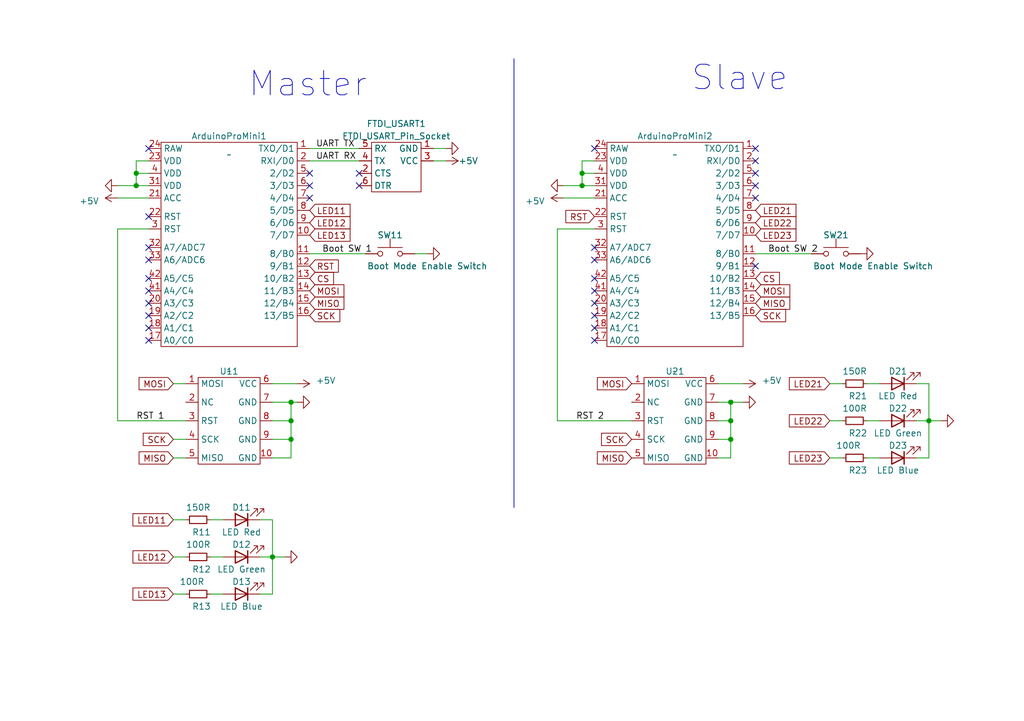
<source format=kicad_sch>
(kicad_sch (version 20230121) (generator eeschema)
  (paper "A5")
  (lib_symbols
    (symbol "Device:LED" (pin_numbers hide) (pin_names (offset 1.016) hide)
      (property "Reference" "D" (at 0 2.54 0))
      (property "Value" "LED" (at 0 -2.54 0))
      (symbol "LED_0_1"
        (polyline (pts (xy -1.27 -1.27) (xy -1.27 1.27)) (stroke (width 0.254)))
        (polyline (pts (xy -1.27 0) (xy 1.27 0)))
        (polyline (pts (xy 1.27 -1.27) (xy 1.27 1.27) (xy -1.27 0) (xy 1.27 -1.27)) (stroke (width 0.254)))
        (polyline (pts (xy -3.048 -0.762) (xy -4.572 -2.286) (xy -3.81 -2.286) (xy -4.572 -2.286) (xy -4.572 -1.524)))
        (polyline (pts (xy -1.778 -0.762) (xy -3.302 -2.286) (xy -2.54 -2.286) (xy -3.302 -2.286) (xy -3.302 -1.524)))
      )
      (symbol "LED_1_1"
        (pin passive line (at -3.81 0 0) (length 2.54) (name "K") (number "1"))
        (pin passive line (at 3.81 0 180) (length 2.54) (name "A") (number "2"))
      )
    )
    (symbol "Device:R_Small" (pin_numbers hide) (pin_names (offset 0.254) hide)
      (property "Reference" "R" (at 0.762 0.508 0))
      (property "Value" "R_Small" (at 0.762 -1.016 0))
      (symbol "R_Small_0_1"
        (rectangle (start -0.762 1.778) (end 0.762 -1.778) (stroke (width 0.2032)))
      )
      (symbol "R_Small_1_1"
        (pin passive line (at 0 2.54 270) (length 0.762) (name "~") (number "1"))
        (pin passive line (at 0 -2.54 90) (length 0.762) (name "~") (number "2"))
      )
    )
    (symbol "MP_KiCAD_Components:ArduinoProMini"
      (property "Reference" "ArduinoProMini" (at 0 0 0))
      (symbol "ArduinoProMini_0_1"
        (rectangle (start -13.97 2.54) (end 13.97 -39.37))
      )
      (symbol "ArduinoProMini_1_1"
        (text private "Arduino Pro Mini Board Pin connections\nsee https://www.arduino.cc/en/uploads/Main/Arduino-Pro-Mini-schematic.pdf\nbased on Atmega328p" (at 48.26 -49.53 0) (effects (font (size 1.27 1.27))))
        (pin bidirectional line (at 16.51 1.27 180) (length 2.54) (name "TXO/D1") (number "1"))
        (pin bidirectional line (at 16.51 -16.51 180) (length 2.54) (name "7/D7") (number "10"))
        (pin bidirectional line (at 16.51 -20.32 180) (length 2.54) (name "8/B0") (number "11"))
        (pin bidirectional line (at 16.51 -22.86 180) (length 2.54) (name "9/B1") (number "12"))
        (pin bidirectional line (at 16.51 -25.4 180) (length 2.54) (name "10/B2") (number "13"))
        (pin bidirectional line (at 16.51 -27.94 180) (length 2.54) (name "11/B3") (number "14"))
        (pin bidirectional line (at 16.51 -30.48 180) (length 2.54) (name "12/B4") (number "15"))
        (pin bidirectional line (at 16.51 -33.02 180) (length 2.54) (name "13/B5") (number "16"))
        (pin bidirectional line (at -16.51 -38.1 0) (length 2.54) (name "A0/C0") (number "17"))
        (pin bidirectional line (at -16.51 -35.56 0) (length 2.54) (name "A1/C1") (number "18"))
        (pin bidirectional line (at -16.51 -33.02 0) (length 2.54) (name "A2/C2") (number "19"))
        (pin bidirectional line (at 16.51 -1.27 180) (length 2.54) (name "RXI/D0") (number "2"))
        (pin bidirectional line (at -16.51 -30.48 0) (length 2.54) (name "A3/C3") (number "20"))
        (pin power_in line (at -16.51 -8.89 0) (length 2.54) (name "ACC") (number "21"))
        (pin input line (at -16.51 -12.7 0) (length 2.54) (name "RST") (number "22"))
        (pin power_in line (at -16.51 -1.27 0) (length 2.54) (name "VDD") (number "23"))
        (pin power_in line (at -16.51 1.27 0) (length 2.54) (name "RAW") (number "24"))
        (pin input line (at -16.51 -15.24 0) (length 2.54) (name "RST") (number "3"))
        (pin power_in line (at -16.51 -6.35 0) (length 2.54) (name "VDD") (number "31"))
        (pin bidirectional line (at -16.51 -19.05 0) (length 2.54) (name "A7/ADC7") (number "32"))
        (pin bidirectional line (at -16.51 -21.59 0) (length 2.54) (name "A6/ADC6") (number "33"))
        (pin power_in line (at -16.51 -3.81 0) (length 2.54) (name "VDD") (number "4"))
        (pin bidirectional line (at -16.51 -27.94 0) (length 2.54) (name "A4/C4") (number "41"))
        (pin bidirectional line (at -16.51 -25.4 0) (length 2.54) (name "A5/C5") (number "42"))
        (pin bidirectional line (at 16.51 -3.81 180) (length 2.54) (name "2/D2") (number "5"))
        (pin bidirectional line (at 16.51 -6.35 180) (length 2.54) (name "3/D3") (number "6"))
        (pin bidirectional line (at 16.51 -8.89 180) (length 2.54) (name "4/D4") (number "7"))
        (pin bidirectional line (at 16.51 -11.43 180) (length 2.54) (name "5/D5") (number "8"))
        (pin bidirectional line (at 16.51 -13.97 180) (length 2.54) (name "6/D6") (number "9"))
      )
    )
    (symbol "MP_KiCAD_Components:FTDI_USART_Pin_Socket"
      (property "Reference" "FTDI_USART" (at 0 0 0))
      (property "Value" "FTDI_USART_Pin_Socket" (at -1.27 2.54 0))
      (symbol "FTDI_USART_Pin_Socket_0_1"
        (rectangle (start -5.08 -1.27) (end 5.08 -11.43))
      )
      (symbol "FTDI_USART_Pin_Socket_1_1"
        (pin power_out line (at 7.62 -2.54 180) (length 2.54) (name "GND") (number "1"))
        (pin output line (at -7.62 -7.62 0) (length 2.54) (name "CTS") (number "2"))
        (pin power_out line (at 7.62 -5.08 180) (length 2.54) (name "VCC") (number "3"))
        (pin output line (at -7.62 -5.08 0) (length 2.54) (name "TX") (number "4"))
        (pin input line (at -7.62 -2.54 0) (length 2.54) (name "RX") (number "5"))
        (pin input line (at -7.62 -10.16 0) (length 2.54) (name "DTR") (number "6"))
      )
    )
    (symbol "MP_KiCAD_Components:USBASP_Header_10Pin"
      (property "Reference" "U" (at 0 0 0))
      (symbol "USBASP_Header_10Pin_0_1"
        (rectangle (start -6.35 -1.27) (end 6.35 -19.05))
      )
      (symbol "USBASP_Header_10Pin_1_1"
        (pin bidirectional line (at -8.89 -2.54 0) (length 2.54) (name "MOSI") (number "1"))
        (pin power_out line (at 8.89 -17.78 180) (length 2.54) (name "GND") (number "10"))
        (pin free line (at -8.89 -6.35 0) (length 2.54) (name "NC") (number "2"))
        (pin bidirectional line (at -8.89 -10.16 0) (length 2.54) (name "RST") (number "3"))
        (pin bidirectional line (at -8.89 -13.97 0) (length 2.54) (name "SCK") (number "4"))
        (pin bidirectional line (at -8.89 -17.78 0) (length 2.54) (name "MISO") (number "5"))
        (pin power_out line (at 8.89 -2.54 180) (length 2.54) (name "VCC") (number "6"))
        (pin power_out line (at 8.89 -6.35 180) (length 2.54) (name "GND") (number "7"))
        (pin power_out line (at 8.89 -10.16 180) (length 2.54) (name "GND") (number "8"))
        (pin power_out line (at 8.89 -13.97 180) (length 2.54) (name "GND") (number "9"))
      )
    )
    (symbol "Switch:SW_Push" (pin_numbers hide) (pin_names (offset 1.016) hide)
      (property "Reference" "SW" (at 1.27 2.54 0))
      (property "Value" "SW_Push" (at 0 -1.524 0))
      (symbol "SW_Push_0_1"
        (circle (center -2.032 0) (radius 0.508))
        (polyline (pts (xy 0 1.27) (xy 0 3.048)))
        (polyline (pts (xy 2.54 1.27) (xy -2.54 1.27)))
        (circle (center 2.032 0) (radius 0.508))
        (pin passive line (at -5.08 0 0) (length 2.54) (name "1") (number "1"))
        (pin passive line (at 5.08 0 180) (length 2.54) (name "2") (number "2"))
      )
    )
    (symbol "USBASP_Header_10Pin_1"
      (property "Reference" "U" (at 0 0 0))
      (symbol "USBASP_Header_10Pin_1_0_1"
        (rectangle (start -6.35 -1.27) (end 6.35 -19.05))
      )
      (symbol "USBASP_Header_10Pin_1_1_1"
        (pin bidirectional line (at -8.89 -2.54 0) (length 2.54) (name "MOSI") (number "1"))
        (pin power_out line (at 8.89 -17.78 180) (length 2.54) (name "GND") (number "10"))
        (pin free line (at -8.89 -6.35 0) (length 2.54) (name "NC") (number "2"))
        (pin bidirectional line (at -8.89 -10.16 0) (length 2.54) (name "RST") (number "3"))
        (pin bidirectional line (at -8.89 -13.97 0) (length 2.54) (name "SCK") (number "4"))
        (pin bidirectional line (at -8.89 -17.78 0) (length 2.54) (name "MISO") (number "5"))
        (pin power_out line (at 8.89 -2.54 180) (length 2.54) (name "VCC") (number "6"))
        (pin power_out line (at 8.89 -6.35 180) (length 2.54) (name "GND") (number "7"))
        (pin power_out line (at 8.89 -10.16 180) (length 2.54) (name "GND") (number "8"))
        (pin power_out line (at 8.89 -13.97 180) (length 2.54) (name "GND") (number "9"))
      )
    )
    (symbol "power:+5V" (power) (pin_names (offset 0))
      (property "Value" "+5V" (at 0 3.556 0))
      (symbol "+5V_0_1"
        (polyline (pts (xy -0.762 1.27) (xy 0 2.54)))
        (polyline (pts (xy 0 0) (xy 0 2.54)))
        (polyline (pts (xy 0 2.54) (xy 0.762 1.27)))
      )
      (symbol "+5V_1_1"
        (pin power_in line (at 0 0 90) (length 0) hide (name "+5V") (number "1"))
      )
    )
    (symbol "power:GND" (power) (pin_names (offset 0))
      (property "Value" "GND" (at 0 -3.81 0))
      (symbol "GND_0_1"
        (polyline (pts (xy 0 0) (xy 0 -1.27) (xy 1.27 -1.27) (xy 0 -2.54) (xy -1.27 -1.27) (xy 0 -1.27)))
      )
      (symbol "GND_1_1"
        (pin power_in line (at 0 0 270) (length 0) hide (name "GND") (number "1"))
      )
    )
  )
  (junction (at 119.38 38.1))
  (junction (at 59.69 86.36))
  (junction (at 27.94 35.56))
  (junction (at 149.86 90.17))
  (junction (at 190.5 86.36))
  (junction (at 149.86 86.36))
  (junction (at 59.69 90.17))
  (junction (at 119.38 35.56))
  (junction (at 59.69 82.55))
  (junction (at 149.86 82.55))
  (junction (at 55.88 114.3))
  (junction (at 27.94 38.1))
  (no_connect (at 30.48 67.31))
  (no_connect (at 63.5 38.1))
  (no_connect (at 73.66 38.1))
  (no_connect (at 30.48 30.48))
  (no_connect (at 121.92 67.31))
  (no_connect (at 30.48 62.23))
  (no_connect (at 121.92 30.48))
  (no_connect (at 121.92 69.85))
  (no_connect (at 154.94 33.02))
  (no_connect (at 154.94 54.61))
  (no_connect (at 30.48 59.69))
  (no_connect (at 121.92 62.23))
  (no_connect (at 30.48 57.15))
  (no_connect (at 154.94 38.1))
  (no_connect (at 121.92 59.69))
  (no_connect (at 154.94 30.48))
  (no_connect (at 121.92 53.34))
  (no_connect (at 30.48 44.45))
  (no_connect (at 30.48 64.77))
  (no_connect (at 30.48 69.85))
  (no_connect (at 63.5 35.56))
  (no_connect (at 154.94 35.56))
  (no_connect (at 121.92 57.15))
  (no_connect (at 121.92 50.8))
  (no_connect (at 30.48 50.8))
  (no_connect (at 30.48 53.34))
  (no_connect (at 63.5 40.64))
  (no_connect (at 154.94 40.64))
  (no_connect (at 73.66 35.56))
  (no_connect (at 121.92 64.77))
  (wire (pts (xy 119.38 35.56) (xy 119.38 38.1)))
  (wire (pts (xy 55.88 86.36) (xy 59.69 86.36)))
  (wire (pts (xy 43.18 114.3) (xy 45.72 114.3)))
  (polyline (pts (xy 105.41 12.065) (xy 105.41 104.14)))
  (wire (pts (xy 55.88 90.17) (xy 59.69 90.17)))
  (wire (pts (xy 55.88 114.3) (xy 55.88 121.92)))
  (wire (pts (xy 35.56 78.74) (xy 38.1 78.74)))
  (wire (pts (xy 63.5 30.48) (xy 73.66 30.48)))
  (wire (pts (xy 85.09 52.07) (xy 87.63 52.07)))
  (wire (pts (xy 147.32 82.55) (xy 149.86 82.55)))
  (wire (pts (xy 190.5 86.36) (xy 193.04 86.36)))
  (wire (pts (xy 53.34 114.3) (xy 55.88 114.3)))
  (wire (pts (xy 115.57 40.64) (xy 121.92 40.64)))
  (wire (pts (xy 27.94 33.02) (xy 27.94 35.56)))
  (wire (pts (xy 190.5 78.74) (xy 190.5 86.36)))
  (wire (pts (xy 147.32 78.74) (xy 152.4 78.74)))
  (wire (pts (xy 88.9 30.48) (xy 91.44 30.48)))
  (wire (pts (xy 24.13 40.64) (xy 30.48 40.64)))
  (wire (pts (xy 115.57 38.1) (xy 119.38 38.1)))
  (wire (pts (xy 24.13 46.99) (xy 24.13 86.36)))
  (wire (pts (xy 63.5 52.07) (xy 74.93 52.07)))
  (wire (pts (xy 55.88 82.55) (xy 59.69 82.55)))
  (wire (pts (xy 59.69 90.17) (xy 59.69 86.36)))
  (wire (pts (xy 88.9 33.02) (xy 91.44 33.02)))
  (wire (pts (xy 121.92 33.02) (xy 119.38 33.02)))
  (wire (pts (xy 24.13 38.1) (xy 27.94 38.1)))
  (wire (pts (xy 30.48 35.56) (xy 27.94 35.56)))
  (wire (pts (xy 187.96 86.36) (xy 190.5 86.36)))
  (wire (pts (xy 114.3 46.99) (xy 114.3 86.36)))
  (wire (pts (xy 149.86 82.55) (xy 152.4 82.55)))
  (wire (pts (xy 170.18 86.36) (xy 172.72 86.36)))
  (wire (pts (xy 43.18 106.68) (xy 45.72 106.68)))
  (wire (pts (xy 119.38 38.1) (xy 121.92 38.1)))
  (wire (pts (xy 55.88 106.68) (xy 55.88 114.3)))
  (wire (pts (xy 170.18 93.98) (xy 172.72 93.98)))
  (wire (pts (xy 55.88 114.3) (xy 58.42 114.3)))
  (wire (pts (xy 177.8 78.74) (xy 180.34 78.74)))
  (wire (pts (xy 149.86 93.98) (xy 149.86 90.17)))
  (wire (pts (xy 53.34 106.68) (xy 55.88 106.68)))
  (wire (pts (xy 177.8 93.98) (xy 180.34 93.98)))
  (wire (pts (xy 119.38 33.02) (xy 119.38 35.56)))
  (wire (pts (xy 149.86 90.17) (xy 149.86 86.36)))
  (wire (pts (xy 154.94 52.07) (xy 166.37 52.07)))
  (wire (pts (xy 63.5 33.02) (xy 73.66 33.02)))
  (wire (pts (xy 55.88 93.98) (xy 59.69 93.98)))
  (wire (pts (xy 187.96 93.98) (xy 190.5 93.98)))
  (wire (pts (xy 35.56 114.3) (xy 38.1 114.3)))
  (wire (pts (xy 190.5 93.98) (xy 190.5 86.36)))
  (wire (pts (xy 43.18 121.92) (xy 45.72 121.92)))
  (wire (pts (xy 24.13 86.36) (xy 38.1 86.36)))
  (wire (pts (xy 35.56 90.17) (xy 38.1 90.17)))
  (wire (pts (xy 187.96 78.74) (xy 190.5 78.74)))
  (wire (pts (xy 121.92 35.56) (xy 119.38 35.56)))
  (wire (pts (xy 59.69 93.98) (xy 59.69 90.17)))
  (wire (pts (xy 114.3 86.36) (xy 129.54 86.36)))
  (wire (pts (xy 35.56 121.92) (xy 38.1 121.92)))
  (wire (pts (xy 59.69 82.55) (xy 60.96 82.55)))
  (wire (pts (xy 30.48 33.02) (xy 27.94 33.02)))
  (wire (pts (xy 147.32 90.17) (xy 149.86 90.17)))
  (wire (pts (xy 53.34 121.92) (xy 55.88 121.92)))
  (wire (pts (xy 27.94 35.56) (xy 27.94 38.1)))
  (wire (pts (xy 149.86 86.36) (xy 149.86 82.55)))
  (wire (pts (xy 170.18 78.74) (xy 172.72 78.74)))
  (wire (pts (xy 147.32 93.98) (xy 149.86 93.98)))
  (wire (pts (xy 59.69 82.55) (xy 59.69 86.36)))
  (wire (pts (xy 55.88 78.74) (xy 60.96 78.74)))
  (wire (pts (xy 27.94 38.1) (xy 30.48 38.1)))
  (wire (pts (xy 35.56 93.98) (xy 38.1 93.98)))
  (wire (pts (xy 30.48 46.99) (xy 24.13 46.99)))
  (wire (pts (xy 121.92 46.99) (xy 114.3 46.99)))
  (wire (pts (xy 177.8 86.36) (xy 180.34 86.36)))
  (wire (pts (xy 35.56 106.68) (xy 38.1 106.68)))
  (wire (pts (xy 147.32 86.36) (xy 149.86 86.36)))
  (text "Master" (at 50.8 20.32 0) (effects (font (size 5 5)) (justify left bottom)))
  (text "Slave" (at 141.605 19.05 0) (effects (font (size 5 5)) (justify left bottom)))
  (label "UART RX" (at 64.77 33.02 0))
  (label "Boot SW 2" (at 157.48 52.07 0))
  (label "Boot SW 1" (at 66.04 52.07 0))
  (label "RST 1" (at 27.94 86.36 0))
  (label "UART TX" (at 64.77 30.48 0))
  (label "RST 2" (at 118.11 86.36 0))
  (global_label "SCK" (shape input) (at 154.94 64.77 0) (property "Intersheetrefs" "${INTERSHEET_REFS}" (effects hide)))
  (global_label "LED13" (shape input) (at 35.56 121.92 180) (property "Intersheetrefs" "${INTERSHEET_REFS}" (effects hide)))
  (global_label "LED11" (shape input) (at 63.5 43.18 0) (property "Intersheetrefs" "${INTERSHEET_REFS}" (effects hide)))
  (global_label "SCK" (shape input) (at 35.56 90.17 180) (property "Intersheetrefs" "${INTERSHEET_REFS}" (effects hide)))
  (global_label "LED13" (shape input) (at 63.5 48.26 0) (property "Intersheetrefs" "${INTERSHEET_REFS}" (effects hide)))
  (global_label "MOSI" (shape input) (at 63.5 59.69 0) (property "Intersheetrefs" "${INTERSHEET_REFS}" (effects hide)))
  (global_label "MOSI" (shape input) (at 35.56 78.74 180) (property "Intersheetrefs" "${INTERSHEET_REFS}" (effects hide)))
  (global_label "LED22" (shape input) (at 170.18 86.36 180) (property "Intersheetrefs" "${INTERSHEET_REFS}" (effects hide)))
  (global_label "SCK" (shape input) (at 63.5 64.77 0) (property "Intersheetrefs" "${INTERSHEET_REFS}" (effects hide)))
  (global_label "MISO" (shape input) (at 63.5 62.23 0) (property "Intersheetrefs" "${INTERSHEET_REFS}" (effects hide)))
  (global_label "LED21" (shape input) (at 170.18 78.74 180) (property "Intersheetrefs" "${INTERSHEET_REFS}" (effects hide)))
  (global_label "LED22" (shape input) (at 154.94 45.72 0) (property "Intersheetrefs" "${INTERSHEET_REFS}" (effects hide)))
  (global_label "MOSI" (shape input) (at 154.94 59.69 0) (property "Intersheetrefs" "${INTERSHEET_REFS}" (effects hide)))
  (global_label "MISO" (shape input) (at 129.54 93.98 180) (property "Intersheetrefs" "${INTERSHEET_REFS}" (effects hide)))
  (global_label "MOSI" (shape input) (at 129.54 78.74 180) (property "Intersheetrefs" "${INTERSHEET_REFS}" (effects hide)))
  (global_label "RST" (shape input) (at 121.92 44.45 180) (property "Intersheetrefs" "${INTERSHEET_REFS}" (effects hide)))
  (global_label "RST" (shape input) (at 63.5 54.61 0) (property "Intersheetrefs" "${INTERSHEET_REFS}" (effects hide)))
  (global_label "MISO" (shape input) (at 35.56 93.98 180) (property "Intersheetrefs" "${INTERSHEET_REFS}" (effects hide)))
  (global_label "MISO" (shape input) (at 154.94 62.23 0) (property "Intersheetrefs" "${INTERSHEET_REFS}" (effects hide)))
  (global_label "SCK" (shape input) (at 129.54 90.17 180) (property "Intersheetrefs" "${INTERSHEET_REFS}" (effects hide)))
  (global_label "CS" (shape input) (at 154.94 57.15 0) (property "Intersheetrefs" "${INTERSHEET_REFS}" (effects hide)))
  (global_label "LED12" (shape input) (at 35.56 114.3 180) (property "Intersheetrefs" "${INTERSHEET_REFS}" (effects hide)))
  (global_label "LED11" (shape input) (at 35.56 106.68 180) (property "Intersheetrefs" "${INTERSHEET_REFS}" (effects hide)))
  (global_label "LED23" (shape input) (at 170.18 93.98 180) (property "Intersheetrefs" "${INTERSHEET_REFS}" (effects hide)))
  (global_label "LED12" (shape input) (at 63.5 45.72 0) (property "Intersheetrefs" "${INTERSHEET_REFS}" (effects hide)))
  (global_label "LED21" (shape input) (at 154.94 43.18 0) (property "Intersheetrefs" "${INTERSHEET_REFS}" (effects hide)))
  (global_label "CS" (shape input) (at 63.5 57.15 0) (property "Intersheetrefs" "${INTERSHEET_REFS}" (effects hide)))
  (global_label "LED23" (shape input) (at 154.94 48.26 0) (property "Intersheetrefs" "${INTERSHEET_REFS}" (effects hide)))
  (symbol (lib_id "Device:R_Small") (at 40.64 114.3 90) (unit 1)
    (property "Reference" "R12" (at 39.37 116.84 90) (effects (justify right)))
    (property "Value" "100R" (at 38.1 111.76 90) (effects (justify right)))
    (property "Footprint" "Resistor_THT:R_Axial_DIN0207_L6.3mm_D2.5mm_P7.62mm_Horizontal" (effects hide))
  )
  (symbol (lib_id "Switch:SW_Push") (at 171.45 52.07 0) (unit 1)
    (property "Reference" "SW21" (at 171.45 48.26 0))
    (property "Value" "Boot Mode Enable Switch" (at 179.07 54.61 0))
    (property "Footprint" "Button_Switch_THT:SW_PUSH_6mm" (effects hide))
  )
  (symbol (lib_id "MP_KiCAD_Components:ArduinoProMini") (at 46.99 31.75 0) (unit 1)
    (property "Reference" "ArduinoProMini1" (at 46.99 27.94 0))
    (property "Value" "~" (at 46.99 31.75 0))
    (property "Footprint" "MP-Library:ArduinoProMini-PinSockets" (effects hide))
  )
  (symbol (lib_id "power:+5V") (at 60.96 78.74 270) (unit 1)
    (property "Reference" "#PWR06" (effects hide))
    (property "Value" "+5V" (at 64.77 78.105 90) (effects (justify left)))
  )
  (symbol (lib_id "power:GND") (at 91.44 30.48 90) (unit 1)
    (property "Reference" "#PWR09" (effects hide))
    (property "Value" "GND" (effects hide))
  )
  (symbol (lib_name "USBASP_Header_10Pin_1") (lib_id "MP_KiCAD_Components:USBASP_Header_10Pin") (at 46.99 76.2 0) (unit 1)
    (property "Reference" "U11" (at 46.99 76.2 0))
    (property "Value" "~" (at 46.99 76.2 0))
    (property "Footprint" "MP-Library:USBASP_Header_10Pin" (effects hide))
  )
  (symbol (lib_id "power:GND") (at 115.57 38.1 270) (unit 1)
    (property "Reference" "#PWR04" (effects hide))
    (property "Value" "GND" (effects hide))
  )
  (symbol (lib_id "MP_KiCAD_Components:ArduinoProMini") (at 138.43 31.75 0) (unit 1)
    (property "Reference" "ArduinoProMini2" (at 138.43 27.94 0))
    (property "Value" "~" (at 138.43 31.75 0))
    (property "Footprint" "MP-Library:ArduinoProMini-PinSockets" (effects hide))
  )
  (symbol (lib_id "Device:LED") (at 49.53 114.3 180) (unit 1)
    (property "Reference" "D12" (at 49.53 111.76 0))
    (property "Value" "LED Green" (at 49.53 116.84 0))
    (property "Footprint" "LED_THT:LED_D5.0mm_FlatTop" (effects hide))
  )
  (symbol (lib_id "power:+5V") (at 152.4 78.74 270) (unit 1)
    (property "Reference" "#PWR07" (effects hide))
    (property "Value" "+5V" (at 156.21 78.105 90) (effects (justify left)))
  )
  (symbol (lib_id "power:GND") (at 60.96 82.55 90) (unit 1)
    (property "Reference" "#PWR05" (effects hide))
    (property "Value" "GND" (effects hide))
  )
  (symbol (lib_id "power:GND") (at 58.42 114.3 90) (unit 1)
    (property "Reference" "#PWR017" (effects hide))
    (property "Value" "GND" (effects hide))
  )
  (symbol (lib_id "power:GND") (at 24.13 38.1 270) (unit 1)
    (property "Reference" "#PWR03" (effects hide))
    (property "Value" "GND" (effects hide))
  )
  (symbol (lib_id "Device:LED") (at 49.53 106.68 180) (unit 1)
    (property "Reference" "D11" (at 49.53 104.14 0))
    (property "Value" "LED Red" (at 49.53 109.22 0))
    (property "Footprint" "LED_THT:LED_D5.0mm_FlatTop" (effects hide))
  )
  (symbol (lib_id "Device:R_Small") (at 175.26 93.98 90) (unit 1)
    (property "Reference" "R23" (at 173.99 96.52 90) (effects (justify right)))
    (property "Value" "100R" (at 171.45 91.44 90) (effects (justify right)))
    (property "Footprint" "Resistor_THT:R_Axial_DIN0207_L6.3mm_D2.5mm_P7.62mm_Horizontal" (effects hide))
  )
  (symbol (lib_id "power:+5V") (at 24.13 40.64 90) (unit 1)
    (property "Reference" "#PWR01" (effects hide))
    (property "Value" "+5V" (at 20.32 41.275 90) (effects (justify left)))
  )
  (symbol (lib_id "power:GND") (at 176.53 52.07 90) (unit 1)
    (property "Reference" "#PWR012" (effects hide))
    (property "Value" "GND" (effects hide))
  )
  (symbol (lib_id "Device:R_Small") (at 175.26 78.74 90) (unit 1)
    (property "Reference" "R21" (at 173.99 81.28 90) (effects (justify right)))
    (property "Value" "150R" (at 172.72 76.2 90) (effects (justify right)))
    (property "Footprint" "Resistor_THT:R_Axial_DIN0207_L6.3mm_D2.5mm_P7.62mm_Horizontal" (effects hide))
  )
  (symbol (lib_id "power:GND") (at 87.63 52.07 90) (unit 1)
    (property "Reference" "#PWR011" (effects hide))
    (property "Value" "GND" (effects hide))
  )
  (symbol (lib_id "Device:LED") (at 184.15 93.98 180) (unit 1)
    (property "Reference" "D23" (at 184.15 91.44 0))
    (property "Value" "LED Blue" (at 184.15 96.52 0))
    (property "Footprint" "LED_THT:LED_D5.0mm_FlatTop" (effects hide))
  )
  (symbol (lib_id "power:GND") (at 193.04 86.36 90) (unit 1)
    (property "Reference" "#PWR013" (effects hide))
    (property "Value" "GND" (effects hide))
  )
  (symbol (lib_id "MP_KiCAD_Components:FTDI_USART_Pin_Socket") (at 81.28 27.94 0) (unit 1)
    (property "Reference" "FTDI_USART1" (at 81.28 25.4 0))
    (property "Value" "FTDI_USART_Pin_Socket" (at 81.28 27.94 0))
    (property "Footprint" "Connector_PinSocket_2.54mm:PinSocket_1x06_P2.54mm_Vertical" (effects hide))
  )
  (symbol (lib_id "Device:LED") (at 49.53 121.92 180) (unit 1)
    (property "Reference" "D13" (at 49.53 119.38 0))
    (property "Value" "LED Blue" (at 49.53 124.46 0))
    (property "Footprint" "LED_THT:LED_D5.0mm_FlatTop" (effects hide))
  )
  (symbol (lib_id "Device:R_Small") (at 175.26 86.36 90) (unit 1)
    (property "Reference" "R22" (at 173.99 88.9 90) (effects (justify right)))
    (property "Value" "100R" (at 172.72 83.82 90) (effects (justify right)))
    (property "Footprint" "Resistor_THT:R_Axial_DIN0207_L6.3mm_D2.5mm_P7.62mm_Horizontal" (effects hide))
  )
  (symbol (lib_id "Device:LED") (at 184.15 86.36 180) (unit 1)
    (property "Reference" "D22" (at 184.15 83.82 0))
    (property "Value" "LED Green" (at 184.15 88.9 0))
    (property "Footprint" "LED_THT:LED_D5.0mm_FlatTop" (effects hide))
  )
  (symbol (lib_id "power:+5V") (at 115.57 40.64 90) (unit 1)
    (property "Reference" "#PWR02" (effects hide))
    (property "Value" "+5V" (at 111.76 41.275 90) (effects (justify left)))
  )
  (symbol (lib_id "Device:R_Small") (at 40.64 121.92 90) (unit 1)
    (property "Reference" "R13" (at 39.37 124.46 90) (effects (justify right)))
    (property "Value" "100R" (at 36.83 119.38 90) (effects (justify right)))
    (property "Footprint" "Resistor_THT:R_Axial_DIN0207_L6.3mm_D2.5mm_P7.62mm_Horizontal" (effects hide))
  )
  (symbol (lib_id "MP_KiCAD_Components:USBASP_Header_10Pin") (at 138.43 76.2 0) (unit 1)
    (property "Reference" "U21" (at 138.43 76.2 0))
    (property "Value" "~" (at 138.43 76.2 0))
    (property "Footprint" "MP-Library:USBASP_Header_10Pin" (effects hide))
  )
  (symbol (lib_id "power:GND") (at 152.4 82.55 90) (unit 1)
    (property "Reference" "#PWR08" (effects hide))
    (property "Value" "GND" (effects hide))
  )
  (symbol (lib_id "Device:LED") (at 184.15 78.74 180) (unit 1)
    (property "Reference" "D21" (at 184.15 76.2 0))
    (property "Value" "LED Red" (at 184.15 81.28 0))
    (property "Footprint" "LED_THT:LED_D5.0mm_FlatTop" (effects hide))
  )
  (symbol (lib_id "Switch:SW_Push") (at 80.01 52.07 0) (unit 1)
    (property "Reference" "SW11" (at 80.01 48.26 0))
    (property "Value" "Boot Mode Enable Switch" (at 87.63 54.61 0))
    (property "Footprint" "Button_Switch_THT:SW_PUSH_6mm" (effects hide))
  )
  (symbol (lib_id "power:+5V") (at 91.44 33.02 270) (unit 1)
    (property "Reference" "#PWR010" (effects hide))
    (property "Value" "+5V" (at 93.98 33.02 90) (effects (justify left)))
  )
  (symbol (lib_id "Device:R_Small") (at 40.64 106.68 90) (unit 1)
    (property "Reference" "R11" (at 39.37 109.22 90) (effects (justify right)))
    (property "Value" "150R" (at 38.1 104.14 90) (effects (justify right)))
    (property "Footprint" "Resistor_THT:R_Axial_DIN0207_L6.3mm_D2.5mm_P7.62mm_Horizontal" (effects hide))
  )
)
</source>
